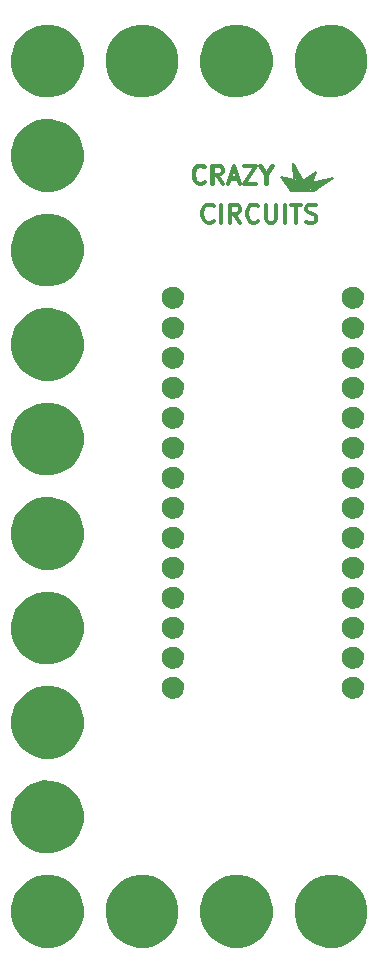
<source format=gts>
%TF.GenerationSoftware,KiCad,Pcbnew,4.0.5-e0-6337~49~ubuntu16.04.1*%
%TF.CreationDate,2017-02-14T00:46:06-08:00*%
%TF.ProjectId,4x10-Teensy-LC-Breakout,347831302D5465656E73792D4C432D42,1.0*%
%TF.FileFunction,Soldermask,Top*%
%FSLAX46Y46*%
G04 Gerber Fmt 4.6, Leading zero omitted, Abs format (unit mm)*
G04 Created by KiCad (PCBNEW 4.0.5-e0-6337~49~ubuntu16.04.1) date Tue Feb 14 00:46:06 2017*
%MOMM*%
%LPD*%
G01*
G04 APERTURE LIST*
%ADD10C,0.350000*%
%ADD11C,0.318000*%
%ADD12C,0.152400*%
%ADD13C,0.254000*%
G04 APERTURE END LIST*
D10*
D11*
X38184909Y-76617286D02*
X38112338Y-76689857D01*
X37894624Y-76762429D01*
X37749481Y-76762429D01*
X37531766Y-76689857D01*
X37386624Y-76544714D01*
X37314052Y-76399571D01*
X37241481Y-76109286D01*
X37241481Y-75891571D01*
X37314052Y-75601286D01*
X37386624Y-75456143D01*
X37531766Y-75311000D01*
X37749481Y-75238429D01*
X37894624Y-75238429D01*
X38112338Y-75311000D01*
X38184909Y-75383571D01*
X38838052Y-76762429D02*
X38838052Y-75238429D01*
X40434623Y-76762429D02*
X39926623Y-76036714D01*
X39563766Y-76762429D02*
X39563766Y-75238429D01*
X40144338Y-75238429D01*
X40289480Y-75311000D01*
X40362052Y-75383571D01*
X40434623Y-75528714D01*
X40434623Y-75746429D01*
X40362052Y-75891571D01*
X40289480Y-75964143D01*
X40144338Y-76036714D01*
X39563766Y-76036714D01*
X41958623Y-76617286D02*
X41886052Y-76689857D01*
X41668338Y-76762429D01*
X41523195Y-76762429D01*
X41305480Y-76689857D01*
X41160338Y-76544714D01*
X41087766Y-76399571D01*
X41015195Y-76109286D01*
X41015195Y-75891571D01*
X41087766Y-75601286D01*
X41160338Y-75456143D01*
X41305480Y-75311000D01*
X41523195Y-75238429D01*
X41668338Y-75238429D01*
X41886052Y-75311000D01*
X41958623Y-75383571D01*
X42611766Y-75238429D02*
X42611766Y-76472143D01*
X42684338Y-76617286D01*
X42756909Y-76689857D01*
X42902052Y-76762429D01*
X43192338Y-76762429D01*
X43337480Y-76689857D01*
X43410052Y-76617286D01*
X43482623Y-76472143D01*
X43482623Y-75238429D01*
X44208337Y-76762429D02*
X44208337Y-75238429D01*
X44716337Y-75238429D02*
X45587194Y-75238429D01*
X45151765Y-76762429D02*
X45151765Y-75238429D01*
X46022623Y-76689857D02*
X46240337Y-76762429D01*
X46603194Y-76762429D01*
X46748337Y-76689857D01*
X46820908Y-76617286D01*
X46893480Y-76472143D01*
X46893480Y-76327000D01*
X46820908Y-76181857D01*
X46748337Y-76109286D01*
X46603194Y-76036714D01*
X46312908Y-75964143D01*
X46167766Y-75891571D01*
X46095194Y-75819000D01*
X46022623Y-75673857D01*
X46022623Y-75528714D01*
X46095194Y-75383571D01*
X46167766Y-75311000D01*
X46312908Y-75238429D01*
X46675766Y-75238429D01*
X46893480Y-75311000D01*
X37433794Y-73310206D02*
X37361223Y-73382777D01*
X37143509Y-73455349D01*
X36998366Y-73455349D01*
X36780651Y-73382777D01*
X36635509Y-73237634D01*
X36562937Y-73092491D01*
X36490366Y-72802206D01*
X36490366Y-72584491D01*
X36562937Y-72294206D01*
X36635509Y-72149063D01*
X36780651Y-72003920D01*
X36998366Y-71931349D01*
X37143509Y-71931349D01*
X37361223Y-72003920D01*
X37433794Y-72076491D01*
X38957794Y-73455349D02*
X38449794Y-72729634D01*
X38086937Y-73455349D02*
X38086937Y-71931349D01*
X38667509Y-71931349D01*
X38812651Y-72003920D01*
X38885223Y-72076491D01*
X38957794Y-72221634D01*
X38957794Y-72439349D01*
X38885223Y-72584491D01*
X38812651Y-72657063D01*
X38667509Y-72729634D01*
X38086937Y-72729634D01*
X39538366Y-73019920D02*
X40264080Y-73019920D01*
X39393223Y-73455349D02*
X39901223Y-71931349D01*
X40409223Y-73455349D01*
X40772080Y-71931349D02*
X41788080Y-71931349D01*
X40772080Y-73455349D01*
X41788080Y-73455349D01*
X42658938Y-72729634D02*
X42658938Y-73455349D01*
X42150938Y-71931349D02*
X42658938Y-72729634D01*
X43166938Y-71931349D01*
X37449034Y-73325446D02*
X37376463Y-73398017D01*
X37158749Y-73470589D01*
X37013606Y-73470589D01*
X36795891Y-73398017D01*
X36650749Y-73252874D01*
X36578177Y-73107731D01*
X36505606Y-72817446D01*
X36505606Y-72599731D01*
X36578177Y-72309446D01*
X36650749Y-72164303D01*
X36795891Y-72019160D01*
X37013606Y-71946589D01*
X37158749Y-71946589D01*
X37376463Y-72019160D01*
X37449034Y-72091731D01*
X38973034Y-73470589D02*
X38465034Y-72744874D01*
X38102177Y-73470589D02*
X38102177Y-71946589D01*
X38682749Y-71946589D01*
X38827891Y-72019160D01*
X38900463Y-72091731D01*
X38973034Y-72236874D01*
X38973034Y-72454589D01*
X38900463Y-72599731D01*
X38827891Y-72672303D01*
X38682749Y-72744874D01*
X38102177Y-72744874D01*
X39553606Y-73035160D02*
X40279320Y-73035160D01*
X39408463Y-73470589D02*
X39916463Y-71946589D01*
X40424463Y-73470589D01*
X40787320Y-71946589D02*
X41803320Y-71946589D01*
X40787320Y-73470589D01*
X41803320Y-73470589D01*
X42674178Y-72744874D02*
X42674178Y-73470589D01*
X42166178Y-71946589D02*
X42674178Y-72744874D01*
X43182178Y-71946589D01*
D12*
X47873920Y-73078340D02*
X46730920Y-74030840D01*
X46540420Y-74030840D02*
X47873920Y-73078340D01*
X47492920Y-73205340D02*
X46540420Y-74030840D01*
X46413420Y-73967340D02*
X47492920Y-73205340D01*
X47302420Y-73268840D02*
X46413420Y-73967340D01*
X46159420Y-74030840D02*
X47302420Y-73268840D01*
X46984920Y-73395840D02*
X46159420Y-74030840D01*
X46032420Y-73967340D02*
X46984920Y-73395840D01*
X46794420Y-73395840D02*
X46032420Y-73967340D01*
X46032420Y-73840340D02*
X46794420Y-73395840D01*
X46540420Y-73395840D02*
X46032420Y-73840340D01*
X45968920Y-73713340D02*
X46540420Y-73395840D01*
X46540420Y-73205340D02*
X45968920Y-73713340D01*
X46540420Y-73078340D02*
X45905420Y-73586340D01*
X46667420Y-72887840D02*
X45841920Y-73459340D01*
X46667420Y-72760840D02*
X45841920Y-73332340D01*
D13*
X44825920Y-73967340D02*
X44190920Y-73078340D01*
D12*
X46730920Y-74094340D02*
X44762420Y-74094340D01*
X48318420Y-72951340D02*
X46730920Y-74094340D01*
X46540420Y-73395840D02*
X48318420Y-72951340D01*
X46857920Y-72506840D02*
X46540420Y-73395840D01*
X45778420Y-73205340D02*
X46857920Y-72506840D01*
X44952920Y-71744840D02*
X45778420Y-73268840D01*
X45016420Y-73141840D02*
X44952920Y-71744840D01*
X43936920Y-72887840D02*
X45016420Y-73141840D01*
X44762420Y-74094340D02*
X43936920Y-72887840D01*
D13*
X45016420Y-73967340D02*
X44381420Y-73078340D01*
X45206920Y-73967340D02*
X44635420Y-73141840D01*
X45333920Y-73967340D02*
X44889420Y-73205340D01*
X45587920Y-73967340D02*
X45143420Y-73141840D01*
X45778420Y-73967340D02*
X45206920Y-72887840D01*
X45968920Y-73967340D02*
X45079920Y-72252840D01*
X45143420Y-72951340D02*
X45079920Y-72125840D01*
D10*
G36*
X40448030Y-132002127D02*
X41038975Y-132123431D01*
X41595118Y-132357212D01*
X42095254Y-132694558D01*
X42520341Y-133122623D01*
X42854186Y-133625101D01*
X43084076Y-134182856D01*
X43201184Y-134774294D01*
X43201184Y-134774304D01*
X43201251Y-134774643D01*
X43191630Y-135463696D01*
X43191553Y-135464034D01*
X43191553Y-135464042D01*
X43057977Y-136051981D01*
X42812605Y-136603096D01*
X42464857Y-137096058D01*
X42027982Y-137512089D01*
X41518620Y-137835341D01*
X40956174Y-138053499D01*
X40362067Y-138158256D01*
X39758923Y-138145622D01*
X39169720Y-138016077D01*
X38616902Y-137774557D01*
X38121527Y-137430262D01*
X37702457Y-136996303D01*
X37375658Y-136489210D01*
X37153576Y-135928294D01*
X37044675Y-135334938D01*
X37053097Y-134731721D01*
X37178526Y-134141627D01*
X37416179Y-133587138D01*
X37757011Y-133089368D01*
X38188032Y-132667280D01*
X38692833Y-132336948D01*
X39252179Y-132110957D01*
X39844765Y-131997916D01*
X40448030Y-132002127D01*
X40448030Y-132002127D01*
G37*
G36*
X32448030Y-132002127D02*
X33038975Y-132123431D01*
X33595118Y-132357212D01*
X34095254Y-132694558D01*
X34520341Y-133122623D01*
X34854186Y-133625101D01*
X35084076Y-134182856D01*
X35201184Y-134774294D01*
X35201184Y-134774304D01*
X35201251Y-134774643D01*
X35191630Y-135463696D01*
X35191553Y-135464034D01*
X35191553Y-135464042D01*
X35057977Y-136051981D01*
X34812605Y-136603096D01*
X34464857Y-137096058D01*
X34027982Y-137512089D01*
X33518620Y-137835341D01*
X32956174Y-138053499D01*
X32362067Y-138158256D01*
X31758923Y-138145622D01*
X31169720Y-138016077D01*
X30616902Y-137774557D01*
X30121527Y-137430262D01*
X29702457Y-136996303D01*
X29375658Y-136489210D01*
X29153576Y-135928294D01*
X29044675Y-135334938D01*
X29053097Y-134731721D01*
X29178526Y-134141627D01*
X29416179Y-133587138D01*
X29757011Y-133089368D01*
X30188032Y-132667280D01*
X30692833Y-132336948D01*
X31252179Y-132110957D01*
X31844765Y-131997916D01*
X32448030Y-132002127D01*
X32448030Y-132002127D01*
G37*
G36*
X24449030Y-132002127D02*
X25039975Y-132123431D01*
X25596118Y-132357212D01*
X26096254Y-132694558D01*
X26521341Y-133122623D01*
X26855186Y-133625101D01*
X27085076Y-134182856D01*
X27202184Y-134774294D01*
X27202184Y-134774304D01*
X27202251Y-134774643D01*
X27192630Y-135463696D01*
X27192553Y-135464034D01*
X27192553Y-135464042D01*
X27058977Y-136051981D01*
X26813605Y-136603096D01*
X26465857Y-137096058D01*
X26028982Y-137512089D01*
X25519620Y-137835341D01*
X24957174Y-138053499D01*
X24363067Y-138158256D01*
X23759923Y-138145622D01*
X23170720Y-138016077D01*
X22617902Y-137774557D01*
X22122527Y-137430262D01*
X21703457Y-136996303D01*
X21376658Y-136489210D01*
X21154576Y-135928294D01*
X21045675Y-135334938D01*
X21054097Y-134731721D01*
X21179526Y-134141627D01*
X21417179Y-133587138D01*
X21758011Y-133089368D01*
X22189032Y-132667280D01*
X22693833Y-132336948D01*
X23253179Y-132110957D01*
X23845765Y-131997916D01*
X24449030Y-132002127D01*
X24449030Y-132002127D01*
G37*
G36*
X48448030Y-132002127D02*
X49038975Y-132123431D01*
X49595118Y-132357212D01*
X50095254Y-132694558D01*
X50520341Y-133122623D01*
X50854186Y-133625101D01*
X51084076Y-134182856D01*
X51201184Y-134774294D01*
X51201184Y-134774304D01*
X51201251Y-134774643D01*
X51191630Y-135463696D01*
X51191553Y-135464034D01*
X51191553Y-135464042D01*
X51057977Y-136051981D01*
X50812605Y-136603096D01*
X50464857Y-137096058D01*
X50027982Y-137512089D01*
X49518620Y-137835341D01*
X48956174Y-138053499D01*
X48362067Y-138158256D01*
X47758923Y-138145622D01*
X47169720Y-138016077D01*
X46616902Y-137774557D01*
X46121527Y-137430262D01*
X45702457Y-136996303D01*
X45375658Y-136489210D01*
X45153576Y-135928294D01*
X45044675Y-135334938D01*
X45053097Y-134731721D01*
X45178526Y-134141627D01*
X45416179Y-133587138D01*
X45757011Y-133089368D01*
X46188032Y-132667280D01*
X46692833Y-132336948D01*
X47252179Y-132110957D01*
X47844765Y-131997916D01*
X48448030Y-132002127D01*
X48448030Y-132002127D01*
G37*
G36*
X24449030Y-124002127D02*
X25039975Y-124123431D01*
X25596118Y-124357212D01*
X26096254Y-124694558D01*
X26521341Y-125122623D01*
X26855186Y-125625101D01*
X27085076Y-126182856D01*
X27202184Y-126774294D01*
X27202184Y-126774304D01*
X27202251Y-126774643D01*
X27192630Y-127463696D01*
X27192553Y-127464034D01*
X27192553Y-127464042D01*
X27058977Y-128051981D01*
X26813605Y-128603096D01*
X26465857Y-129096058D01*
X26028982Y-129512089D01*
X25519620Y-129835341D01*
X24957174Y-130053499D01*
X24363067Y-130158256D01*
X23759923Y-130145622D01*
X23170720Y-130016077D01*
X22617902Y-129774557D01*
X22122527Y-129430262D01*
X21703457Y-128996303D01*
X21376658Y-128489210D01*
X21154576Y-127928294D01*
X21045675Y-127334938D01*
X21054097Y-126731721D01*
X21179526Y-126141627D01*
X21417179Y-125587138D01*
X21758011Y-125089368D01*
X22189032Y-124667280D01*
X22693833Y-124336948D01*
X23253179Y-124110957D01*
X23845765Y-123997916D01*
X24449030Y-124002127D01*
X24449030Y-124002127D01*
G37*
G36*
X24449030Y-116002127D02*
X25039975Y-116123431D01*
X25596118Y-116357212D01*
X26096254Y-116694558D01*
X26521341Y-117122623D01*
X26855186Y-117625101D01*
X27085076Y-118182856D01*
X27202184Y-118774294D01*
X27202184Y-118774304D01*
X27202251Y-118774643D01*
X27192630Y-119463696D01*
X27192553Y-119464034D01*
X27192553Y-119464042D01*
X27058977Y-120051981D01*
X26813605Y-120603096D01*
X26465857Y-121096058D01*
X26028982Y-121512089D01*
X25519620Y-121835341D01*
X24957174Y-122053499D01*
X24363067Y-122158256D01*
X23759923Y-122145622D01*
X23170720Y-122016077D01*
X22617902Y-121774557D01*
X22122527Y-121430262D01*
X21703457Y-120996303D01*
X21376658Y-120489210D01*
X21154576Y-119928294D01*
X21045675Y-119334938D01*
X21054097Y-118731721D01*
X21179526Y-118141627D01*
X21417179Y-117587138D01*
X21758011Y-117089368D01*
X22189032Y-116667280D01*
X22693833Y-116336948D01*
X23253179Y-116110957D01*
X23845765Y-115997916D01*
X24449030Y-116002127D01*
X24449030Y-116002127D01*
G37*
G36*
X34843635Y-115198104D02*
X35024168Y-115235163D01*
X35194078Y-115306586D01*
X35346869Y-115409646D01*
X35476741Y-115540426D01*
X35578730Y-115693933D01*
X35648963Y-115864331D01*
X35684692Y-116044779D01*
X35684692Y-116044784D01*
X35684760Y-116045128D01*
X35681821Y-116255638D01*
X35681744Y-116255976D01*
X35681744Y-116255986D01*
X35640990Y-116435366D01*
X35566028Y-116603732D01*
X35459788Y-116754336D01*
X35326319Y-116881437D01*
X35170704Y-116980194D01*
X34998874Y-117046842D01*
X34817372Y-117078846D01*
X34633106Y-117074986D01*
X34453099Y-117035409D01*
X34284208Y-116961623D01*
X34132870Y-116856440D01*
X34004841Y-116723862D01*
X33905001Y-116568941D01*
X33837152Y-116397573D01*
X33803883Y-116216303D01*
X33806455Y-116032016D01*
X33844776Y-115851736D01*
X33917379Y-115682337D01*
X34021507Y-115530264D01*
X34153186Y-115401313D01*
X34307407Y-115300394D01*
X34478292Y-115231352D01*
X34659329Y-115196818D01*
X34843635Y-115198104D01*
X34843635Y-115198104D01*
G37*
G36*
X50083635Y-115198104D02*
X50264168Y-115235163D01*
X50434078Y-115306586D01*
X50586869Y-115409646D01*
X50716741Y-115540426D01*
X50818730Y-115693933D01*
X50888963Y-115864331D01*
X50924692Y-116044779D01*
X50924692Y-116044784D01*
X50924760Y-116045128D01*
X50921821Y-116255638D01*
X50921744Y-116255976D01*
X50921744Y-116255986D01*
X50880990Y-116435366D01*
X50806028Y-116603732D01*
X50699788Y-116754336D01*
X50566319Y-116881437D01*
X50410704Y-116980194D01*
X50238874Y-117046842D01*
X50057372Y-117078846D01*
X49873106Y-117074986D01*
X49693099Y-117035409D01*
X49524208Y-116961623D01*
X49372870Y-116856440D01*
X49244841Y-116723862D01*
X49145001Y-116568941D01*
X49077152Y-116397573D01*
X49043883Y-116216303D01*
X49046455Y-116032016D01*
X49084776Y-115851736D01*
X49157379Y-115682337D01*
X49261507Y-115530264D01*
X49393186Y-115401313D01*
X49547407Y-115300394D01*
X49718292Y-115231352D01*
X49899329Y-115196818D01*
X50083635Y-115198104D01*
X50083635Y-115198104D01*
G37*
G36*
X34843635Y-112658104D02*
X35024168Y-112695163D01*
X35194078Y-112766586D01*
X35346869Y-112869646D01*
X35476741Y-113000426D01*
X35578730Y-113153933D01*
X35648963Y-113324331D01*
X35684692Y-113504779D01*
X35684692Y-113504784D01*
X35684760Y-113505128D01*
X35681821Y-113715638D01*
X35681744Y-113715976D01*
X35681744Y-113715986D01*
X35640990Y-113895366D01*
X35566028Y-114063732D01*
X35459788Y-114214336D01*
X35326319Y-114341437D01*
X35170704Y-114440194D01*
X34998874Y-114506842D01*
X34817372Y-114538846D01*
X34633106Y-114534986D01*
X34453099Y-114495409D01*
X34284208Y-114421623D01*
X34132870Y-114316440D01*
X34004841Y-114183862D01*
X33905001Y-114028941D01*
X33837152Y-113857573D01*
X33803883Y-113676303D01*
X33806455Y-113492016D01*
X33844776Y-113311736D01*
X33917379Y-113142337D01*
X34021507Y-112990264D01*
X34153186Y-112861313D01*
X34307407Y-112760394D01*
X34478292Y-112691352D01*
X34659329Y-112656818D01*
X34843635Y-112658104D01*
X34843635Y-112658104D01*
G37*
G36*
X50083635Y-112658104D02*
X50264168Y-112695163D01*
X50434078Y-112766586D01*
X50586869Y-112869646D01*
X50716741Y-113000426D01*
X50818730Y-113153933D01*
X50888963Y-113324331D01*
X50924692Y-113504779D01*
X50924692Y-113504784D01*
X50924760Y-113505128D01*
X50921821Y-113715638D01*
X50921744Y-113715976D01*
X50921744Y-113715986D01*
X50880990Y-113895366D01*
X50806028Y-114063732D01*
X50699788Y-114214336D01*
X50566319Y-114341437D01*
X50410704Y-114440194D01*
X50238874Y-114506842D01*
X50057372Y-114538846D01*
X49873106Y-114534986D01*
X49693099Y-114495409D01*
X49524208Y-114421623D01*
X49372870Y-114316440D01*
X49244841Y-114183862D01*
X49145001Y-114028941D01*
X49077152Y-113857573D01*
X49043883Y-113676303D01*
X49046455Y-113492016D01*
X49084776Y-113311736D01*
X49157379Y-113142337D01*
X49261507Y-112990264D01*
X49393186Y-112861313D01*
X49547407Y-112760394D01*
X49718292Y-112691352D01*
X49899329Y-112656818D01*
X50083635Y-112658104D01*
X50083635Y-112658104D01*
G37*
G36*
X24449030Y-108002127D02*
X25039975Y-108123431D01*
X25596118Y-108357212D01*
X26096254Y-108694558D01*
X26521341Y-109122623D01*
X26855186Y-109625101D01*
X27085076Y-110182856D01*
X27202184Y-110774294D01*
X27202184Y-110774304D01*
X27202251Y-110774643D01*
X27192630Y-111463696D01*
X27192553Y-111464034D01*
X27192553Y-111464042D01*
X27058977Y-112051981D01*
X26813605Y-112603096D01*
X26465857Y-113096058D01*
X26028982Y-113512089D01*
X25519620Y-113835341D01*
X24957174Y-114053499D01*
X24363067Y-114158256D01*
X23759923Y-114145622D01*
X23170720Y-114016077D01*
X22617902Y-113774557D01*
X22122527Y-113430262D01*
X21703457Y-112996303D01*
X21376658Y-112489210D01*
X21154576Y-111928294D01*
X21045675Y-111334938D01*
X21054097Y-110731721D01*
X21179526Y-110141627D01*
X21417179Y-109587138D01*
X21758011Y-109089368D01*
X22189032Y-108667280D01*
X22693833Y-108336948D01*
X23253179Y-108110957D01*
X23845765Y-107997916D01*
X24449030Y-108002127D01*
X24449030Y-108002127D01*
G37*
G36*
X50083635Y-110118104D02*
X50264168Y-110155163D01*
X50434078Y-110226586D01*
X50586869Y-110329646D01*
X50716741Y-110460426D01*
X50818730Y-110613933D01*
X50888963Y-110784331D01*
X50924692Y-110964779D01*
X50924692Y-110964784D01*
X50924760Y-110965128D01*
X50921821Y-111175638D01*
X50921744Y-111175976D01*
X50921744Y-111175986D01*
X50880990Y-111355366D01*
X50806028Y-111523732D01*
X50699788Y-111674336D01*
X50566319Y-111801437D01*
X50410704Y-111900194D01*
X50238874Y-111966842D01*
X50057372Y-111998846D01*
X49873106Y-111994986D01*
X49693099Y-111955409D01*
X49524208Y-111881623D01*
X49372870Y-111776440D01*
X49244841Y-111643862D01*
X49145001Y-111488941D01*
X49077152Y-111317573D01*
X49043883Y-111136303D01*
X49046455Y-110952016D01*
X49084776Y-110771736D01*
X49157379Y-110602337D01*
X49261507Y-110450264D01*
X49393186Y-110321313D01*
X49547407Y-110220394D01*
X49718292Y-110151352D01*
X49899329Y-110116818D01*
X50083635Y-110118104D01*
X50083635Y-110118104D01*
G37*
G36*
X34843635Y-110118104D02*
X35024168Y-110155163D01*
X35194078Y-110226586D01*
X35346869Y-110329646D01*
X35476741Y-110460426D01*
X35578730Y-110613933D01*
X35648963Y-110784331D01*
X35684692Y-110964779D01*
X35684692Y-110964784D01*
X35684760Y-110965128D01*
X35681821Y-111175638D01*
X35681744Y-111175976D01*
X35681744Y-111175986D01*
X35640990Y-111355366D01*
X35566028Y-111523732D01*
X35459788Y-111674336D01*
X35326319Y-111801437D01*
X35170704Y-111900194D01*
X34998874Y-111966842D01*
X34817372Y-111998846D01*
X34633106Y-111994986D01*
X34453099Y-111955409D01*
X34284208Y-111881623D01*
X34132870Y-111776440D01*
X34004841Y-111643862D01*
X33905001Y-111488941D01*
X33837152Y-111317573D01*
X33803883Y-111136303D01*
X33806455Y-110952016D01*
X33844776Y-110771736D01*
X33917379Y-110602337D01*
X34021507Y-110450264D01*
X34153186Y-110321313D01*
X34307407Y-110220394D01*
X34478292Y-110151352D01*
X34659329Y-110116818D01*
X34843635Y-110118104D01*
X34843635Y-110118104D01*
G37*
G36*
X34843635Y-107578104D02*
X35024168Y-107615163D01*
X35194078Y-107686586D01*
X35346869Y-107789646D01*
X35476741Y-107920426D01*
X35578730Y-108073933D01*
X35648963Y-108244331D01*
X35684692Y-108424779D01*
X35684692Y-108424784D01*
X35684760Y-108425128D01*
X35681821Y-108635638D01*
X35681744Y-108635976D01*
X35681744Y-108635986D01*
X35640990Y-108815366D01*
X35566028Y-108983732D01*
X35459788Y-109134336D01*
X35326319Y-109261437D01*
X35170704Y-109360194D01*
X34998874Y-109426842D01*
X34817372Y-109458846D01*
X34633106Y-109454986D01*
X34453099Y-109415409D01*
X34284208Y-109341623D01*
X34132870Y-109236440D01*
X34004841Y-109103862D01*
X33905001Y-108948941D01*
X33837152Y-108777573D01*
X33803883Y-108596303D01*
X33806455Y-108412016D01*
X33844776Y-108231736D01*
X33917379Y-108062337D01*
X34021507Y-107910264D01*
X34153186Y-107781313D01*
X34307407Y-107680394D01*
X34478292Y-107611352D01*
X34659329Y-107576818D01*
X34843635Y-107578104D01*
X34843635Y-107578104D01*
G37*
G36*
X50083635Y-107578104D02*
X50264168Y-107615163D01*
X50434078Y-107686586D01*
X50586869Y-107789646D01*
X50716741Y-107920426D01*
X50818730Y-108073933D01*
X50888963Y-108244331D01*
X50924692Y-108424779D01*
X50924692Y-108424784D01*
X50924760Y-108425128D01*
X50921821Y-108635638D01*
X50921744Y-108635976D01*
X50921744Y-108635986D01*
X50880990Y-108815366D01*
X50806028Y-108983732D01*
X50699788Y-109134336D01*
X50566319Y-109261437D01*
X50410704Y-109360194D01*
X50238874Y-109426842D01*
X50057372Y-109458846D01*
X49873106Y-109454986D01*
X49693099Y-109415409D01*
X49524208Y-109341623D01*
X49372870Y-109236440D01*
X49244841Y-109103862D01*
X49145001Y-108948941D01*
X49077152Y-108777573D01*
X49043883Y-108596303D01*
X49046455Y-108412016D01*
X49084776Y-108231736D01*
X49157379Y-108062337D01*
X49261507Y-107910264D01*
X49393186Y-107781313D01*
X49547407Y-107680394D01*
X49718292Y-107611352D01*
X49899329Y-107576818D01*
X50083635Y-107578104D01*
X50083635Y-107578104D01*
G37*
G36*
X34843635Y-105038104D02*
X35024168Y-105075163D01*
X35194078Y-105146586D01*
X35346869Y-105249646D01*
X35476741Y-105380426D01*
X35578730Y-105533933D01*
X35648963Y-105704331D01*
X35684692Y-105884779D01*
X35684692Y-105884784D01*
X35684760Y-105885128D01*
X35681821Y-106095638D01*
X35681744Y-106095976D01*
X35681744Y-106095986D01*
X35640990Y-106275366D01*
X35566028Y-106443732D01*
X35459788Y-106594336D01*
X35326319Y-106721437D01*
X35170704Y-106820194D01*
X34998874Y-106886842D01*
X34817372Y-106918846D01*
X34633106Y-106914986D01*
X34453099Y-106875409D01*
X34284208Y-106801623D01*
X34132870Y-106696440D01*
X34004841Y-106563862D01*
X33905001Y-106408941D01*
X33837152Y-106237573D01*
X33803883Y-106056303D01*
X33806455Y-105872016D01*
X33844776Y-105691736D01*
X33917379Y-105522337D01*
X34021507Y-105370264D01*
X34153186Y-105241313D01*
X34307407Y-105140394D01*
X34478292Y-105071352D01*
X34659329Y-105036818D01*
X34843635Y-105038104D01*
X34843635Y-105038104D01*
G37*
G36*
X50083635Y-105038104D02*
X50264168Y-105075163D01*
X50434078Y-105146586D01*
X50586869Y-105249646D01*
X50716741Y-105380426D01*
X50818730Y-105533933D01*
X50888963Y-105704331D01*
X50924692Y-105884779D01*
X50924692Y-105884784D01*
X50924760Y-105885128D01*
X50921821Y-106095638D01*
X50921744Y-106095976D01*
X50921744Y-106095986D01*
X50880990Y-106275366D01*
X50806028Y-106443732D01*
X50699788Y-106594336D01*
X50566319Y-106721437D01*
X50410704Y-106820194D01*
X50238874Y-106886842D01*
X50057372Y-106918846D01*
X49873106Y-106914986D01*
X49693099Y-106875409D01*
X49524208Y-106801623D01*
X49372870Y-106696440D01*
X49244841Y-106563862D01*
X49145001Y-106408941D01*
X49077152Y-106237573D01*
X49043883Y-106056303D01*
X49046455Y-105872016D01*
X49084776Y-105691736D01*
X49157379Y-105522337D01*
X49261507Y-105370264D01*
X49393186Y-105241313D01*
X49547407Y-105140394D01*
X49718292Y-105071352D01*
X49899329Y-105036818D01*
X50083635Y-105038104D01*
X50083635Y-105038104D01*
G37*
G36*
X24449030Y-100002127D02*
X25039975Y-100123431D01*
X25596118Y-100357212D01*
X26096254Y-100694558D01*
X26521341Y-101122623D01*
X26855186Y-101625101D01*
X27085076Y-102182856D01*
X27202184Y-102774294D01*
X27202184Y-102774304D01*
X27202251Y-102774643D01*
X27192630Y-103463696D01*
X27192553Y-103464034D01*
X27192553Y-103464042D01*
X27058977Y-104051981D01*
X26813605Y-104603096D01*
X26465857Y-105096058D01*
X26028982Y-105512089D01*
X25519620Y-105835341D01*
X24957174Y-106053499D01*
X24363067Y-106158256D01*
X23759923Y-106145622D01*
X23170720Y-106016077D01*
X22617902Y-105774557D01*
X22122527Y-105430262D01*
X21703457Y-104996303D01*
X21376658Y-104489210D01*
X21154576Y-103928294D01*
X21045675Y-103334938D01*
X21054097Y-102731721D01*
X21179526Y-102141627D01*
X21417179Y-101587138D01*
X21758011Y-101089368D01*
X22189032Y-100667280D01*
X22693833Y-100336948D01*
X23253179Y-100110957D01*
X23845765Y-99997916D01*
X24449030Y-100002127D01*
X24449030Y-100002127D01*
G37*
G36*
X34843635Y-102498104D02*
X35024168Y-102535163D01*
X35194078Y-102606586D01*
X35346869Y-102709646D01*
X35476741Y-102840426D01*
X35578730Y-102993933D01*
X35648963Y-103164331D01*
X35684692Y-103344779D01*
X35684692Y-103344784D01*
X35684760Y-103345128D01*
X35681821Y-103555638D01*
X35681744Y-103555976D01*
X35681744Y-103555986D01*
X35640990Y-103735366D01*
X35566028Y-103903732D01*
X35459788Y-104054336D01*
X35326319Y-104181437D01*
X35170704Y-104280194D01*
X34998874Y-104346842D01*
X34817372Y-104378846D01*
X34633106Y-104374986D01*
X34453099Y-104335409D01*
X34284208Y-104261623D01*
X34132870Y-104156440D01*
X34004841Y-104023862D01*
X33905001Y-103868941D01*
X33837152Y-103697573D01*
X33803883Y-103516303D01*
X33806455Y-103332016D01*
X33844776Y-103151736D01*
X33917379Y-102982337D01*
X34021507Y-102830264D01*
X34153186Y-102701313D01*
X34307407Y-102600394D01*
X34478292Y-102531352D01*
X34659329Y-102496818D01*
X34843635Y-102498104D01*
X34843635Y-102498104D01*
G37*
G36*
X50083635Y-102498104D02*
X50264168Y-102535163D01*
X50434078Y-102606586D01*
X50586869Y-102709646D01*
X50716741Y-102840426D01*
X50818730Y-102993933D01*
X50888963Y-103164331D01*
X50924692Y-103344779D01*
X50924692Y-103344784D01*
X50924760Y-103345128D01*
X50921821Y-103555638D01*
X50921744Y-103555976D01*
X50921744Y-103555986D01*
X50880990Y-103735366D01*
X50806028Y-103903732D01*
X50699788Y-104054336D01*
X50566319Y-104181437D01*
X50410704Y-104280194D01*
X50238874Y-104346842D01*
X50057372Y-104378846D01*
X49873106Y-104374986D01*
X49693099Y-104335409D01*
X49524208Y-104261623D01*
X49372870Y-104156440D01*
X49244841Y-104023862D01*
X49145001Y-103868941D01*
X49077152Y-103697573D01*
X49043883Y-103516303D01*
X49046455Y-103332016D01*
X49084776Y-103151736D01*
X49157379Y-102982337D01*
X49261507Y-102830264D01*
X49393186Y-102701313D01*
X49547407Y-102600394D01*
X49718292Y-102531352D01*
X49899329Y-102496818D01*
X50083635Y-102498104D01*
X50083635Y-102498104D01*
G37*
G36*
X34843635Y-99958104D02*
X35024168Y-99995163D01*
X35194078Y-100066586D01*
X35346869Y-100169646D01*
X35476741Y-100300426D01*
X35578730Y-100453933D01*
X35648963Y-100624331D01*
X35684692Y-100804779D01*
X35684692Y-100804784D01*
X35684760Y-100805128D01*
X35681821Y-101015638D01*
X35681744Y-101015976D01*
X35681744Y-101015986D01*
X35640990Y-101195366D01*
X35566028Y-101363732D01*
X35459788Y-101514336D01*
X35326319Y-101641437D01*
X35170704Y-101740194D01*
X34998874Y-101806842D01*
X34817372Y-101838846D01*
X34633106Y-101834986D01*
X34453099Y-101795409D01*
X34284208Y-101721623D01*
X34132870Y-101616440D01*
X34004841Y-101483862D01*
X33905001Y-101328941D01*
X33837152Y-101157573D01*
X33803883Y-100976303D01*
X33806455Y-100792016D01*
X33844776Y-100611736D01*
X33917379Y-100442337D01*
X34021507Y-100290264D01*
X34153186Y-100161313D01*
X34307407Y-100060394D01*
X34478292Y-99991352D01*
X34659329Y-99956818D01*
X34843635Y-99958104D01*
X34843635Y-99958104D01*
G37*
G36*
X50083635Y-99958104D02*
X50264168Y-99995163D01*
X50434078Y-100066586D01*
X50586869Y-100169646D01*
X50716741Y-100300426D01*
X50818730Y-100453933D01*
X50888963Y-100624331D01*
X50924692Y-100804779D01*
X50924692Y-100804784D01*
X50924760Y-100805128D01*
X50921821Y-101015638D01*
X50921744Y-101015976D01*
X50921744Y-101015986D01*
X50880990Y-101195366D01*
X50806028Y-101363732D01*
X50699788Y-101514336D01*
X50566319Y-101641437D01*
X50410704Y-101740194D01*
X50238874Y-101806842D01*
X50057372Y-101838846D01*
X49873106Y-101834986D01*
X49693099Y-101795409D01*
X49524208Y-101721623D01*
X49372870Y-101616440D01*
X49244841Y-101483862D01*
X49145001Y-101328941D01*
X49077152Y-101157573D01*
X49043883Y-100976303D01*
X49046455Y-100792016D01*
X49084776Y-100611736D01*
X49157379Y-100442337D01*
X49261507Y-100290264D01*
X49393186Y-100161313D01*
X49547407Y-100060394D01*
X49718292Y-99991352D01*
X49899329Y-99956818D01*
X50083635Y-99958104D01*
X50083635Y-99958104D01*
G37*
G36*
X50083635Y-97418104D02*
X50264168Y-97455163D01*
X50434078Y-97526586D01*
X50586869Y-97629646D01*
X50716741Y-97760426D01*
X50818730Y-97913933D01*
X50888963Y-98084331D01*
X50924692Y-98264779D01*
X50924692Y-98264784D01*
X50924760Y-98265128D01*
X50921821Y-98475638D01*
X50921744Y-98475976D01*
X50921744Y-98475986D01*
X50880990Y-98655366D01*
X50806028Y-98823732D01*
X50699788Y-98974336D01*
X50566319Y-99101437D01*
X50410704Y-99200194D01*
X50238874Y-99266842D01*
X50057372Y-99298846D01*
X49873106Y-99294986D01*
X49693099Y-99255409D01*
X49524208Y-99181623D01*
X49372870Y-99076440D01*
X49244841Y-98943862D01*
X49145001Y-98788941D01*
X49077152Y-98617573D01*
X49043883Y-98436303D01*
X49046455Y-98252016D01*
X49084776Y-98071736D01*
X49157379Y-97902337D01*
X49261507Y-97750264D01*
X49393186Y-97621313D01*
X49547407Y-97520394D01*
X49718292Y-97451352D01*
X49899329Y-97416818D01*
X50083635Y-97418104D01*
X50083635Y-97418104D01*
G37*
G36*
X34843635Y-97418104D02*
X35024168Y-97455163D01*
X35194078Y-97526586D01*
X35346869Y-97629646D01*
X35476741Y-97760426D01*
X35578730Y-97913933D01*
X35648963Y-98084331D01*
X35684692Y-98264779D01*
X35684692Y-98264784D01*
X35684760Y-98265128D01*
X35681821Y-98475638D01*
X35681744Y-98475976D01*
X35681744Y-98475986D01*
X35640990Y-98655366D01*
X35566028Y-98823732D01*
X35459788Y-98974336D01*
X35326319Y-99101437D01*
X35170704Y-99200194D01*
X34998874Y-99266842D01*
X34817372Y-99298846D01*
X34633106Y-99294986D01*
X34453099Y-99255409D01*
X34284208Y-99181623D01*
X34132870Y-99076440D01*
X34004841Y-98943862D01*
X33905001Y-98788941D01*
X33837152Y-98617573D01*
X33803883Y-98436303D01*
X33806455Y-98252016D01*
X33844776Y-98071736D01*
X33917379Y-97902337D01*
X34021507Y-97750264D01*
X34153186Y-97621313D01*
X34307407Y-97520394D01*
X34478292Y-97451352D01*
X34659329Y-97416818D01*
X34843635Y-97418104D01*
X34843635Y-97418104D01*
G37*
G36*
X24448030Y-92002127D02*
X25038975Y-92123431D01*
X25595118Y-92357212D01*
X26095254Y-92694558D01*
X26520341Y-93122623D01*
X26854186Y-93625101D01*
X27084076Y-94182856D01*
X27201184Y-94774294D01*
X27201184Y-94774304D01*
X27201251Y-94774643D01*
X27191630Y-95463696D01*
X27191553Y-95464034D01*
X27191553Y-95464042D01*
X27057977Y-96051981D01*
X26812605Y-96603096D01*
X26464857Y-97096058D01*
X26027982Y-97512089D01*
X25518620Y-97835341D01*
X24956174Y-98053499D01*
X24362067Y-98158256D01*
X23758923Y-98145622D01*
X23169720Y-98016077D01*
X22616902Y-97774557D01*
X22121527Y-97430262D01*
X21702457Y-96996303D01*
X21375658Y-96489210D01*
X21153576Y-95928294D01*
X21044675Y-95334938D01*
X21053097Y-94731721D01*
X21178526Y-94141627D01*
X21416179Y-93587138D01*
X21757011Y-93089368D01*
X22188032Y-92667280D01*
X22692833Y-92336948D01*
X23252179Y-92110957D01*
X23844765Y-91997916D01*
X24448030Y-92002127D01*
X24448030Y-92002127D01*
G37*
G36*
X34843635Y-94878104D02*
X35024168Y-94915163D01*
X35194078Y-94986586D01*
X35346869Y-95089646D01*
X35476741Y-95220426D01*
X35578730Y-95373933D01*
X35648963Y-95544331D01*
X35684692Y-95724779D01*
X35684692Y-95724784D01*
X35684760Y-95725128D01*
X35681821Y-95935638D01*
X35681744Y-95935976D01*
X35681744Y-95935986D01*
X35640990Y-96115366D01*
X35566028Y-96283732D01*
X35459788Y-96434336D01*
X35326319Y-96561437D01*
X35170704Y-96660194D01*
X34998874Y-96726842D01*
X34817372Y-96758846D01*
X34633106Y-96754986D01*
X34453099Y-96715409D01*
X34284208Y-96641623D01*
X34132870Y-96536440D01*
X34004841Y-96403862D01*
X33905001Y-96248941D01*
X33837152Y-96077573D01*
X33803883Y-95896303D01*
X33806455Y-95712016D01*
X33844776Y-95531736D01*
X33917379Y-95362337D01*
X34021507Y-95210264D01*
X34153186Y-95081313D01*
X34307407Y-94980394D01*
X34478292Y-94911352D01*
X34659329Y-94876818D01*
X34843635Y-94878104D01*
X34843635Y-94878104D01*
G37*
G36*
X50083635Y-94878104D02*
X50264168Y-94915163D01*
X50434078Y-94986586D01*
X50586869Y-95089646D01*
X50716741Y-95220426D01*
X50818730Y-95373933D01*
X50888963Y-95544331D01*
X50924692Y-95724779D01*
X50924692Y-95724784D01*
X50924760Y-95725128D01*
X50921821Y-95935638D01*
X50921744Y-95935976D01*
X50921744Y-95935986D01*
X50880990Y-96115366D01*
X50806028Y-96283732D01*
X50699788Y-96434336D01*
X50566319Y-96561437D01*
X50410704Y-96660194D01*
X50238874Y-96726842D01*
X50057372Y-96758846D01*
X49873106Y-96754986D01*
X49693099Y-96715409D01*
X49524208Y-96641623D01*
X49372870Y-96536440D01*
X49244841Y-96403862D01*
X49145001Y-96248941D01*
X49077152Y-96077573D01*
X49043883Y-95896303D01*
X49046455Y-95712016D01*
X49084776Y-95531736D01*
X49157379Y-95362337D01*
X49261507Y-95210264D01*
X49393186Y-95081313D01*
X49547407Y-94980394D01*
X49718292Y-94911352D01*
X49899329Y-94876818D01*
X50083635Y-94878104D01*
X50083635Y-94878104D01*
G37*
G36*
X34843635Y-92338104D02*
X35024168Y-92375163D01*
X35194078Y-92446586D01*
X35346869Y-92549646D01*
X35476741Y-92680426D01*
X35578730Y-92833933D01*
X35648963Y-93004331D01*
X35684692Y-93184779D01*
X35684692Y-93184784D01*
X35684760Y-93185128D01*
X35681821Y-93395638D01*
X35681744Y-93395976D01*
X35681744Y-93395986D01*
X35640990Y-93575366D01*
X35566028Y-93743732D01*
X35459788Y-93894336D01*
X35326319Y-94021437D01*
X35170704Y-94120194D01*
X34998874Y-94186842D01*
X34817372Y-94218846D01*
X34633106Y-94214986D01*
X34453099Y-94175409D01*
X34284208Y-94101623D01*
X34132870Y-93996440D01*
X34004841Y-93863862D01*
X33905001Y-93708941D01*
X33837152Y-93537573D01*
X33803883Y-93356303D01*
X33806455Y-93172016D01*
X33844776Y-92991736D01*
X33917379Y-92822337D01*
X34021507Y-92670264D01*
X34153186Y-92541313D01*
X34307407Y-92440394D01*
X34478292Y-92371352D01*
X34659329Y-92336818D01*
X34843635Y-92338104D01*
X34843635Y-92338104D01*
G37*
G36*
X50083635Y-92338104D02*
X50264168Y-92375163D01*
X50434078Y-92446586D01*
X50586869Y-92549646D01*
X50716741Y-92680426D01*
X50818730Y-92833933D01*
X50888963Y-93004331D01*
X50924692Y-93184779D01*
X50924692Y-93184784D01*
X50924760Y-93185128D01*
X50921821Y-93395638D01*
X50921744Y-93395976D01*
X50921744Y-93395986D01*
X50880990Y-93575366D01*
X50806028Y-93743732D01*
X50699788Y-93894336D01*
X50566319Y-94021437D01*
X50410704Y-94120194D01*
X50238874Y-94186842D01*
X50057372Y-94218846D01*
X49873106Y-94214986D01*
X49693099Y-94175409D01*
X49524208Y-94101623D01*
X49372870Y-93996440D01*
X49244841Y-93863862D01*
X49145001Y-93708941D01*
X49077152Y-93537573D01*
X49043883Y-93356303D01*
X49046455Y-93172016D01*
X49084776Y-92991736D01*
X49157379Y-92822337D01*
X49261507Y-92670264D01*
X49393186Y-92541313D01*
X49547407Y-92440394D01*
X49718292Y-92371352D01*
X49899329Y-92336818D01*
X50083635Y-92338104D01*
X50083635Y-92338104D01*
G37*
G36*
X34843635Y-89798104D02*
X35024168Y-89835163D01*
X35194078Y-89906586D01*
X35346869Y-90009646D01*
X35476741Y-90140426D01*
X35578730Y-90293933D01*
X35648963Y-90464331D01*
X35684692Y-90644779D01*
X35684692Y-90644784D01*
X35684760Y-90645128D01*
X35681821Y-90855638D01*
X35681744Y-90855976D01*
X35681744Y-90855986D01*
X35640990Y-91035366D01*
X35566028Y-91203732D01*
X35459788Y-91354336D01*
X35326319Y-91481437D01*
X35170704Y-91580194D01*
X34998874Y-91646842D01*
X34817372Y-91678846D01*
X34633106Y-91674986D01*
X34453099Y-91635409D01*
X34284208Y-91561623D01*
X34132870Y-91456440D01*
X34004841Y-91323862D01*
X33905001Y-91168941D01*
X33837152Y-90997573D01*
X33803883Y-90816303D01*
X33806455Y-90632016D01*
X33844776Y-90451736D01*
X33917379Y-90282337D01*
X34021507Y-90130264D01*
X34153186Y-90001313D01*
X34307407Y-89900394D01*
X34478292Y-89831352D01*
X34659329Y-89796818D01*
X34843635Y-89798104D01*
X34843635Y-89798104D01*
G37*
G36*
X50083635Y-89798104D02*
X50264168Y-89835163D01*
X50434078Y-89906586D01*
X50586869Y-90009646D01*
X50716741Y-90140426D01*
X50818730Y-90293933D01*
X50888963Y-90464331D01*
X50924692Y-90644779D01*
X50924692Y-90644784D01*
X50924760Y-90645128D01*
X50921821Y-90855638D01*
X50921744Y-90855976D01*
X50921744Y-90855986D01*
X50880990Y-91035366D01*
X50806028Y-91203732D01*
X50699788Y-91354336D01*
X50566319Y-91481437D01*
X50410704Y-91580194D01*
X50238874Y-91646842D01*
X50057372Y-91678846D01*
X49873106Y-91674986D01*
X49693099Y-91635409D01*
X49524208Y-91561623D01*
X49372870Y-91456440D01*
X49244841Y-91323862D01*
X49145001Y-91168941D01*
X49077152Y-90997573D01*
X49043883Y-90816303D01*
X49046455Y-90632016D01*
X49084776Y-90451736D01*
X49157379Y-90282337D01*
X49261507Y-90130264D01*
X49393186Y-90001313D01*
X49547407Y-89900394D01*
X49718292Y-89831352D01*
X49899329Y-89796818D01*
X50083635Y-89798104D01*
X50083635Y-89798104D01*
G37*
G36*
X24449030Y-84002127D02*
X25039975Y-84123431D01*
X25596118Y-84357212D01*
X26096254Y-84694558D01*
X26521341Y-85122623D01*
X26855186Y-85625101D01*
X27085076Y-86182856D01*
X27202184Y-86774294D01*
X27202184Y-86774304D01*
X27202251Y-86774643D01*
X27192630Y-87463696D01*
X27192553Y-87464035D01*
X27192553Y-87464040D01*
X27058977Y-88051981D01*
X26813605Y-88603096D01*
X26465857Y-89096058D01*
X26028982Y-89512089D01*
X25519620Y-89835341D01*
X24957174Y-90053499D01*
X24363067Y-90158256D01*
X23759923Y-90145622D01*
X23170720Y-90016077D01*
X22617902Y-89774557D01*
X22122527Y-89430262D01*
X21703457Y-88996303D01*
X21376658Y-88489210D01*
X21154576Y-87928294D01*
X21045675Y-87334938D01*
X21054097Y-86731721D01*
X21179526Y-86141627D01*
X21417179Y-85587138D01*
X21758011Y-85089368D01*
X22189032Y-84667280D01*
X22693833Y-84336948D01*
X23253179Y-84110957D01*
X23845765Y-83997916D01*
X24449030Y-84002127D01*
X24449030Y-84002127D01*
G37*
G36*
X50083635Y-87258104D02*
X50264168Y-87295163D01*
X50434078Y-87366586D01*
X50586869Y-87469646D01*
X50716741Y-87600426D01*
X50818730Y-87753933D01*
X50888963Y-87924331D01*
X50924692Y-88104779D01*
X50924692Y-88104784D01*
X50924760Y-88105128D01*
X50921821Y-88315638D01*
X50921744Y-88315976D01*
X50921744Y-88315986D01*
X50880990Y-88495366D01*
X50806028Y-88663732D01*
X50699788Y-88814336D01*
X50566319Y-88941437D01*
X50410704Y-89040194D01*
X50238874Y-89106842D01*
X50057372Y-89138846D01*
X49873106Y-89134986D01*
X49693099Y-89095409D01*
X49524208Y-89021623D01*
X49372870Y-88916440D01*
X49244841Y-88783862D01*
X49145001Y-88628941D01*
X49077152Y-88457573D01*
X49043883Y-88276303D01*
X49046455Y-88092016D01*
X49084776Y-87911736D01*
X49157379Y-87742337D01*
X49261507Y-87590264D01*
X49393186Y-87461313D01*
X49547407Y-87360394D01*
X49718292Y-87291352D01*
X49899329Y-87256818D01*
X50083635Y-87258104D01*
X50083635Y-87258104D01*
G37*
G36*
X34843635Y-87258104D02*
X35024168Y-87295163D01*
X35194078Y-87366586D01*
X35346869Y-87469646D01*
X35476741Y-87600426D01*
X35578730Y-87753933D01*
X35648963Y-87924331D01*
X35684692Y-88104779D01*
X35684692Y-88104784D01*
X35684760Y-88105128D01*
X35681821Y-88315638D01*
X35681744Y-88315976D01*
X35681744Y-88315986D01*
X35640990Y-88495366D01*
X35566028Y-88663732D01*
X35459788Y-88814336D01*
X35326319Y-88941437D01*
X35170704Y-89040194D01*
X34998874Y-89106842D01*
X34817372Y-89138846D01*
X34633106Y-89134986D01*
X34453099Y-89095409D01*
X34284208Y-89021623D01*
X34132870Y-88916440D01*
X34004841Y-88783862D01*
X33905001Y-88628941D01*
X33837152Y-88457573D01*
X33803883Y-88276303D01*
X33806455Y-88092016D01*
X33844776Y-87911736D01*
X33917379Y-87742337D01*
X34021507Y-87590264D01*
X34153186Y-87461313D01*
X34307407Y-87360394D01*
X34478292Y-87291352D01*
X34659329Y-87256818D01*
X34843635Y-87258104D01*
X34843635Y-87258104D01*
G37*
G36*
X50083635Y-84718104D02*
X50264168Y-84755163D01*
X50434078Y-84826586D01*
X50586869Y-84929646D01*
X50716741Y-85060426D01*
X50818730Y-85213933D01*
X50888963Y-85384331D01*
X50924692Y-85564779D01*
X50924692Y-85564784D01*
X50924760Y-85565128D01*
X50921821Y-85775638D01*
X50921744Y-85775976D01*
X50921744Y-85775986D01*
X50880990Y-85955366D01*
X50806028Y-86123732D01*
X50699788Y-86274336D01*
X50566319Y-86401437D01*
X50410704Y-86500194D01*
X50238874Y-86566842D01*
X50057372Y-86598846D01*
X49873106Y-86594986D01*
X49693099Y-86555409D01*
X49524208Y-86481623D01*
X49372870Y-86376440D01*
X49244841Y-86243862D01*
X49145001Y-86088941D01*
X49077152Y-85917573D01*
X49043883Y-85736303D01*
X49046455Y-85552016D01*
X49084776Y-85371736D01*
X49157379Y-85202337D01*
X49261507Y-85050264D01*
X49393186Y-84921313D01*
X49547407Y-84820394D01*
X49718292Y-84751352D01*
X49899329Y-84716818D01*
X50083635Y-84718104D01*
X50083635Y-84718104D01*
G37*
G36*
X34843635Y-84718104D02*
X35024168Y-84755163D01*
X35194078Y-84826586D01*
X35346869Y-84929646D01*
X35476741Y-85060426D01*
X35578730Y-85213933D01*
X35648963Y-85384331D01*
X35684692Y-85564779D01*
X35684692Y-85564784D01*
X35684760Y-85565128D01*
X35681821Y-85775638D01*
X35681744Y-85775976D01*
X35681744Y-85775986D01*
X35640990Y-85955366D01*
X35566028Y-86123732D01*
X35459788Y-86274336D01*
X35326319Y-86401437D01*
X35170704Y-86500194D01*
X34998874Y-86566842D01*
X34817372Y-86598846D01*
X34633106Y-86594986D01*
X34453099Y-86555409D01*
X34284208Y-86481623D01*
X34132870Y-86376440D01*
X34004841Y-86243862D01*
X33905001Y-86088941D01*
X33837152Y-85917573D01*
X33803883Y-85736303D01*
X33806455Y-85552016D01*
X33844776Y-85371736D01*
X33917379Y-85202337D01*
X34021507Y-85050264D01*
X34153186Y-84921313D01*
X34307407Y-84820394D01*
X34478292Y-84751352D01*
X34659329Y-84716818D01*
X34843635Y-84718104D01*
X34843635Y-84718104D01*
G37*
G36*
X34843635Y-82178104D02*
X35024168Y-82215163D01*
X35194078Y-82286586D01*
X35346869Y-82389646D01*
X35476741Y-82520426D01*
X35578730Y-82673933D01*
X35648963Y-82844331D01*
X35684692Y-83024779D01*
X35684692Y-83024784D01*
X35684760Y-83025128D01*
X35681821Y-83235638D01*
X35681744Y-83235976D01*
X35681744Y-83235986D01*
X35640990Y-83415366D01*
X35566028Y-83583732D01*
X35459788Y-83734336D01*
X35326319Y-83861437D01*
X35170704Y-83960194D01*
X34998874Y-84026842D01*
X34817372Y-84058846D01*
X34633106Y-84054986D01*
X34453099Y-84015409D01*
X34284208Y-83941623D01*
X34132870Y-83836440D01*
X34004841Y-83703862D01*
X33905001Y-83548941D01*
X33837152Y-83377573D01*
X33803883Y-83196303D01*
X33806455Y-83012016D01*
X33844776Y-82831736D01*
X33917379Y-82662337D01*
X34021507Y-82510264D01*
X34153186Y-82381313D01*
X34307407Y-82280394D01*
X34478292Y-82211352D01*
X34659329Y-82176818D01*
X34843635Y-82178104D01*
X34843635Y-82178104D01*
G37*
G36*
X50083635Y-82178104D02*
X50264168Y-82215163D01*
X50434078Y-82286586D01*
X50586869Y-82389646D01*
X50716741Y-82520426D01*
X50818730Y-82673933D01*
X50888963Y-82844331D01*
X50924692Y-83024779D01*
X50924692Y-83024784D01*
X50924760Y-83025128D01*
X50921821Y-83235638D01*
X50921744Y-83235976D01*
X50921744Y-83235986D01*
X50880990Y-83415366D01*
X50806028Y-83583732D01*
X50699788Y-83734336D01*
X50566319Y-83861437D01*
X50410704Y-83960194D01*
X50238874Y-84026842D01*
X50057372Y-84058846D01*
X49873106Y-84054986D01*
X49693099Y-84015409D01*
X49524208Y-83941623D01*
X49372870Y-83836440D01*
X49244841Y-83703862D01*
X49145001Y-83548941D01*
X49077152Y-83377573D01*
X49043883Y-83196303D01*
X49046455Y-83012016D01*
X49084776Y-82831736D01*
X49157379Y-82662337D01*
X49261507Y-82510264D01*
X49393186Y-82381313D01*
X49547407Y-82280394D01*
X49718292Y-82211352D01*
X49899329Y-82176818D01*
X50083635Y-82178104D01*
X50083635Y-82178104D01*
G37*
G36*
X24448030Y-76002127D02*
X25038975Y-76123431D01*
X25595118Y-76357212D01*
X26095254Y-76694558D01*
X26520341Y-77122623D01*
X26854186Y-77625101D01*
X27084076Y-78182856D01*
X27201184Y-78774294D01*
X27201184Y-78774304D01*
X27201251Y-78774643D01*
X27191630Y-79463696D01*
X27191553Y-79464034D01*
X27191553Y-79464042D01*
X27057977Y-80051981D01*
X26812605Y-80603096D01*
X26464857Y-81096058D01*
X26027982Y-81512089D01*
X25518620Y-81835341D01*
X24956174Y-82053499D01*
X24362067Y-82158256D01*
X23758923Y-82145622D01*
X23169720Y-82016077D01*
X22616902Y-81774557D01*
X22121527Y-81430262D01*
X21702457Y-80996303D01*
X21375658Y-80489210D01*
X21153576Y-79928294D01*
X21044675Y-79334938D01*
X21053097Y-78731721D01*
X21178526Y-78141627D01*
X21416179Y-77587138D01*
X21757011Y-77089368D01*
X22188032Y-76667280D01*
X22692833Y-76336948D01*
X23252179Y-76110957D01*
X23844765Y-75997916D01*
X24448030Y-76002127D01*
X24448030Y-76002127D01*
G37*
G36*
X24448030Y-68002127D02*
X25038975Y-68123431D01*
X25595118Y-68357212D01*
X26095254Y-68694558D01*
X26520341Y-69122623D01*
X26854186Y-69625101D01*
X27084076Y-70182856D01*
X27201184Y-70774294D01*
X27201184Y-70774304D01*
X27201251Y-70774643D01*
X27191630Y-71463696D01*
X27191553Y-71464034D01*
X27191553Y-71464042D01*
X27057977Y-72051981D01*
X26812605Y-72603096D01*
X26464857Y-73096058D01*
X26027982Y-73512089D01*
X25518620Y-73835341D01*
X24956174Y-74053499D01*
X24362067Y-74158256D01*
X23758923Y-74145622D01*
X23169720Y-74016077D01*
X22616902Y-73774557D01*
X22121527Y-73430262D01*
X21702457Y-72996303D01*
X21375658Y-72489210D01*
X21153576Y-71928294D01*
X21044675Y-71334938D01*
X21053097Y-70731721D01*
X21178526Y-70141627D01*
X21416179Y-69587138D01*
X21757011Y-69089368D01*
X22188032Y-68667280D01*
X22692833Y-68336948D01*
X23252179Y-68110957D01*
X23844765Y-67997916D01*
X24448030Y-68002127D01*
X24448030Y-68002127D01*
G37*
G36*
X40448030Y-60002127D02*
X41038975Y-60123431D01*
X41595118Y-60357212D01*
X42095254Y-60694558D01*
X42520341Y-61122623D01*
X42854186Y-61625101D01*
X43084076Y-62182856D01*
X43201184Y-62774294D01*
X43201184Y-62774304D01*
X43201251Y-62774643D01*
X43191630Y-63463696D01*
X43191553Y-63464034D01*
X43191553Y-63464042D01*
X43057977Y-64051981D01*
X42812605Y-64603096D01*
X42464857Y-65096058D01*
X42027982Y-65512089D01*
X41518620Y-65835341D01*
X40956174Y-66053499D01*
X40362067Y-66158256D01*
X39758923Y-66145622D01*
X39169720Y-66016077D01*
X38616902Y-65774557D01*
X38121527Y-65430262D01*
X37702457Y-64996303D01*
X37375658Y-64489210D01*
X37153576Y-63928294D01*
X37044675Y-63334938D01*
X37053097Y-62731721D01*
X37178526Y-62141627D01*
X37416179Y-61587138D01*
X37757011Y-61089368D01*
X38188032Y-60667280D01*
X38692833Y-60336948D01*
X39252179Y-60110957D01*
X39844765Y-59997916D01*
X40448030Y-60002127D01*
X40448030Y-60002127D01*
G37*
G36*
X48448030Y-60002127D02*
X49038975Y-60123431D01*
X49595118Y-60357212D01*
X50095254Y-60694558D01*
X50520341Y-61122623D01*
X50854186Y-61625101D01*
X51084076Y-62182856D01*
X51201184Y-62774294D01*
X51201184Y-62774304D01*
X51201251Y-62774643D01*
X51191630Y-63463696D01*
X51191553Y-63464034D01*
X51191553Y-63464042D01*
X51057977Y-64051981D01*
X50812605Y-64603096D01*
X50464857Y-65096058D01*
X50027982Y-65512089D01*
X49518620Y-65835341D01*
X48956174Y-66053499D01*
X48362067Y-66158256D01*
X47758923Y-66145622D01*
X47169720Y-66016077D01*
X46616902Y-65774557D01*
X46121527Y-65430262D01*
X45702457Y-64996303D01*
X45375658Y-64489210D01*
X45153576Y-63928294D01*
X45044675Y-63334938D01*
X45053097Y-62731721D01*
X45178526Y-62141627D01*
X45416179Y-61587138D01*
X45757011Y-61089368D01*
X46188032Y-60667280D01*
X46692833Y-60336948D01*
X47252179Y-60110957D01*
X47844765Y-59997916D01*
X48448030Y-60002127D01*
X48448030Y-60002127D01*
G37*
G36*
X32448030Y-60002127D02*
X33038975Y-60123431D01*
X33595118Y-60357212D01*
X34095254Y-60694558D01*
X34520341Y-61122623D01*
X34854186Y-61625101D01*
X35084076Y-62182856D01*
X35201184Y-62774294D01*
X35201184Y-62774304D01*
X35201251Y-62774643D01*
X35191630Y-63463696D01*
X35191553Y-63464034D01*
X35191553Y-63464042D01*
X35057977Y-64051981D01*
X34812605Y-64603096D01*
X34464857Y-65096058D01*
X34027982Y-65512089D01*
X33518620Y-65835341D01*
X32956174Y-66053499D01*
X32362067Y-66158256D01*
X31758923Y-66145622D01*
X31169720Y-66016077D01*
X30616902Y-65774557D01*
X30121527Y-65430262D01*
X29702457Y-64996303D01*
X29375658Y-64489210D01*
X29153576Y-63928294D01*
X29044675Y-63334938D01*
X29053097Y-62731721D01*
X29178526Y-62141627D01*
X29416179Y-61587138D01*
X29757011Y-61089368D01*
X30188032Y-60667280D01*
X30692833Y-60336948D01*
X31252179Y-60110957D01*
X31844765Y-59997916D01*
X32448030Y-60002127D01*
X32448030Y-60002127D01*
G37*
G36*
X24449030Y-60002127D02*
X25039975Y-60123431D01*
X25596118Y-60357212D01*
X26096254Y-60694558D01*
X26521341Y-61122623D01*
X26855186Y-61625101D01*
X27085076Y-62182856D01*
X27202184Y-62774294D01*
X27202184Y-62774304D01*
X27202251Y-62774643D01*
X27192630Y-63463696D01*
X27192553Y-63464034D01*
X27192553Y-63464042D01*
X27058977Y-64051981D01*
X26813605Y-64603096D01*
X26465857Y-65096058D01*
X26028982Y-65512089D01*
X25519620Y-65835341D01*
X24957174Y-66053499D01*
X24363067Y-66158256D01*
X23759923Y-66145622D01*
X23170720Y-66016077D01*
X22617902Y-65774557D01*
X22122527Y-65430262D01*
X21703457Y-64996303D01*
X21376658Y-64489210D01*
X21154576Y-63928294D01*
X21045675Y-63334938D01*
X21054097Y-62731721D01*
X21179526Y-62141627D01*
X21417179Y-61587138D01*
X21758011Y-61089368D01*
X22189032Y-60667280D01*
X22693833Y-60336948D01*
X23253179Y-60110957D01*
X23845765Y-59997916D01*
X24449030Y-60002127D01*
X24449030Y-60002127D01*
G37*
M02*

</source>
